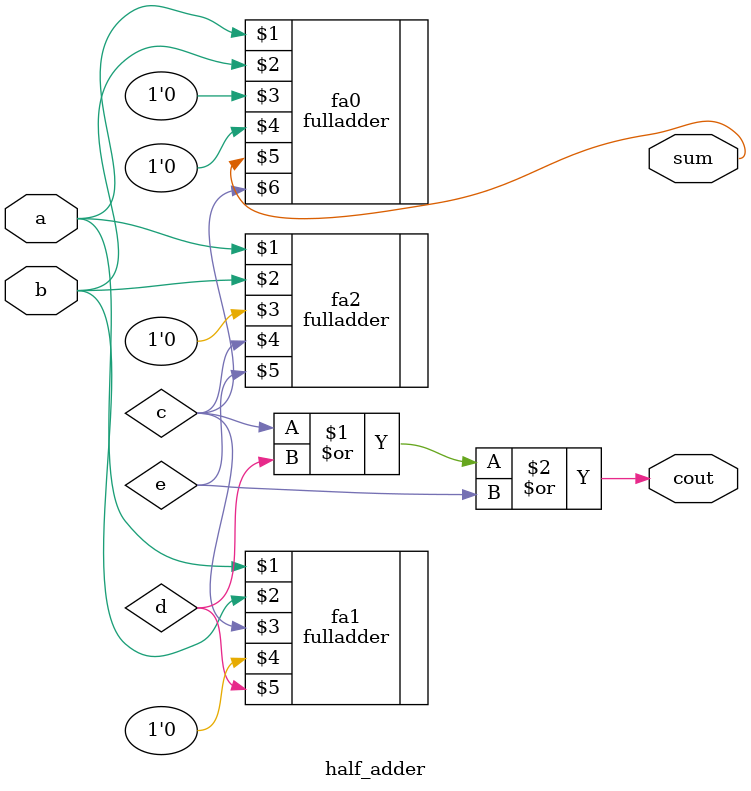
<source format=v>
module half_adder( 
input a, b,
output cout, sum );

wire c, d, e;

// Four full adders combined together into one 4-input 2-output adder
fulladder fa0 ( a, b, 1'b0, 1'b0, sum, c );
fulladder fa1 ( a, b, c, 1'b0, d );
fulladder fa2 ( a, b, 1'b0, c, e );

// Output assignment
assign cout = c | d | e;

endmodule

</source>
